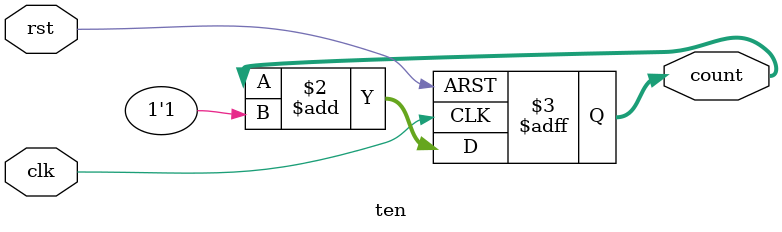
<source format=v>
module ten (
    input clk,            // Clock signal
    input rst,            // Asynchronous reset signal
    output reg [9:0] count // 10-bit counter output
);

always @(posedge clk or posedge rst) begin
    if (rst)
        count <= 10'b0;         // Reset counter to 0
    else
        count <= count + 1'b1;  // Increment counter
end

endmodule


</source>
